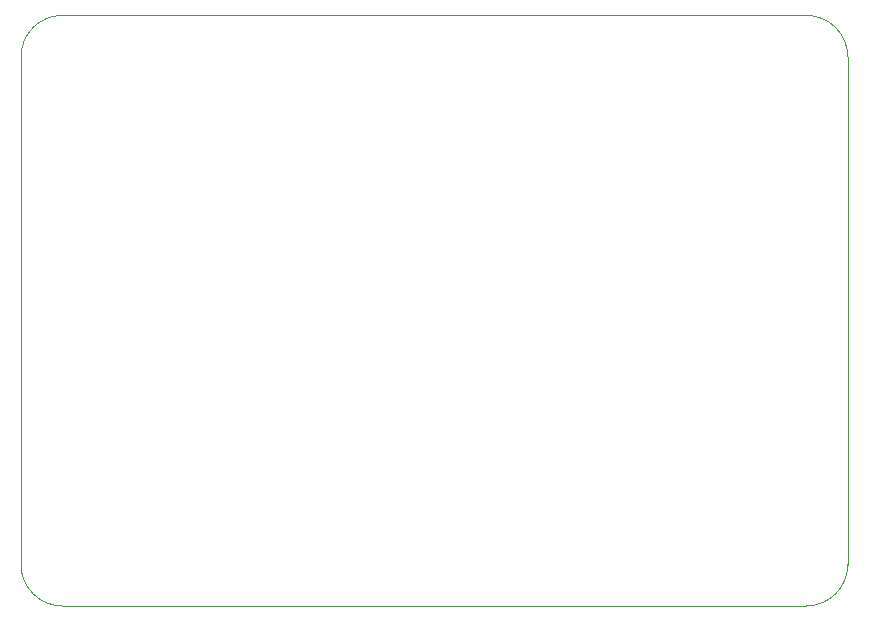
<source format=gbr>
%TF.GenerationSoftware,KiCad,Pcbnew,7.0.11-rc3*%
%TF.CreationDate,2025-03-16T23:27:26+08:00*%
%TF.ProjectId,fuse_box,66757365-5f62-46f7-982e-6b696361645f,rev?*%
%TF.SameCoordinates,Original*%
%TF.FileFunction,Profile,NP*%
%FSLAX46Y46*%
G04 Gerber Fmt 4.6, Leading zero omitted, Abs format (unit mm)*
G04 Created by KiCad (PCBNEW 7.0.11-rc3) date 2025-03-16 23:27:26*
%MOMM*%
%LPD*%
G01*
G04 APERTURE LIST*
%TA.AperFunction,Profile*%
%ADD10C,0.050000*%
%TD*%
G04 APERTURE END LIST*
D10*
X68300000Y-36600000D02*
X131300000Y-36600000D01*
X131300000Y-86600000D02*
X68300000Y-86600000D01*
X131300000Y-86600000D02*
G75*
G03*
X134800000Y-83100000I0J3500000D01*
G01*
X134800000Y-40100000D02*
X134800000Y-83100000D01*
X134800000Y-40100000D02*
G75*
G03*
X131300000Y-36600000I-3500000J0D01*
G01*
X64800000Y-83100000D02*
X64800000Y-40100000D01*
X68300000Y-36600000D02*
G75*
G03*
X64800000Y-40100000I0J-3500000D01*
G01*
X64800000Y-83100000D02*
G75*
G03*
X68300000Y-86600000I3500000J0D01*
G01*
M02*

</source>
